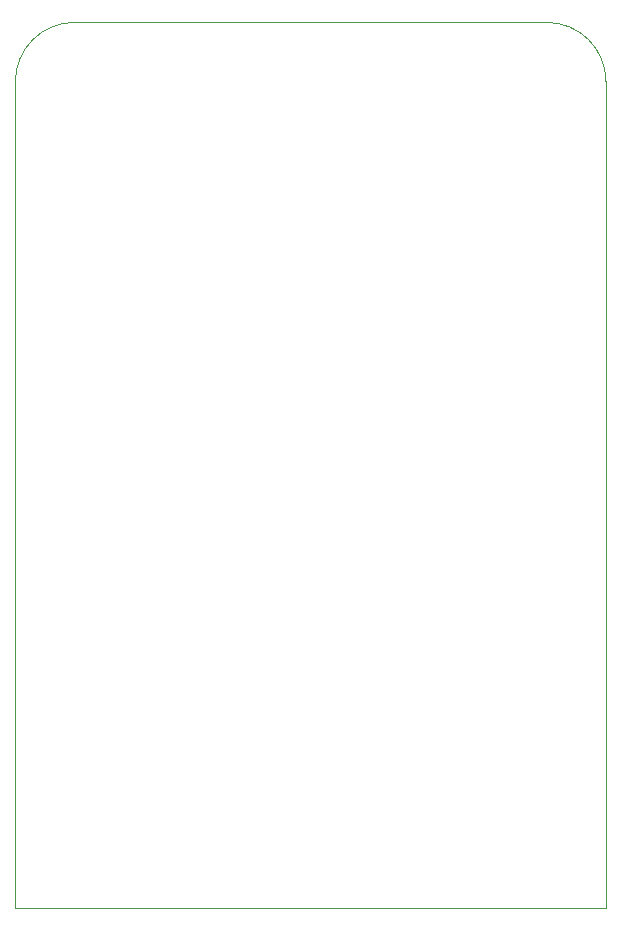
<source format=gbr>
%TF.GenerationSoftware,KiCad,Pcbnew,6.0.4-6f826c9f35~116~ubuntu20.04.1*%
%TF.CreationDate,2022-04-05T21:11:35+02:00*%
%TF.ProjectId,PhasedArray,50686173-6564-4417-9272-61792e6b6963,rev?*%
%TF.SameCoordinates,Original*%
%TF.FileFunction,Profile,NP*%
%FSLAX46Y46*%
G04 Gerber Fmt 4.6, Leading zero omitted, Abs format (unit mm)*
G04 Created by KiCad (PCBNEW 6.0.4-6f826c9f35~116~ubuntu20.04.1) date 2022-04-05 21:11:35*
%MOMM*%
%LPD*%
G01*
G04 APERTURE LIST*
%TA.AperFunction,Profile*%
%ADD10C,0.100000*%
%TD*%
G04 APERTURE END LIST*
D10*
X115000000Y-25000000D02*
X155000000Y-25000000D01*
X160000000Y-30000000D02*
X160000000Y-100000000D01*
X115000000Y-25000000D02*
G75*
G03*
X110000000Y-30000000I0J-5000000D01*
G01*
X160000000Y-30000000D02*
G75*
G03*
X155000000Y-25000000I-5000000J0D01*
G01*
X160000000Y-100000000D02*
X110000000Y-100000000D01*
X110000000Y-100000000D02*
X110000000Y-30000000D01*
M02*

</source>
